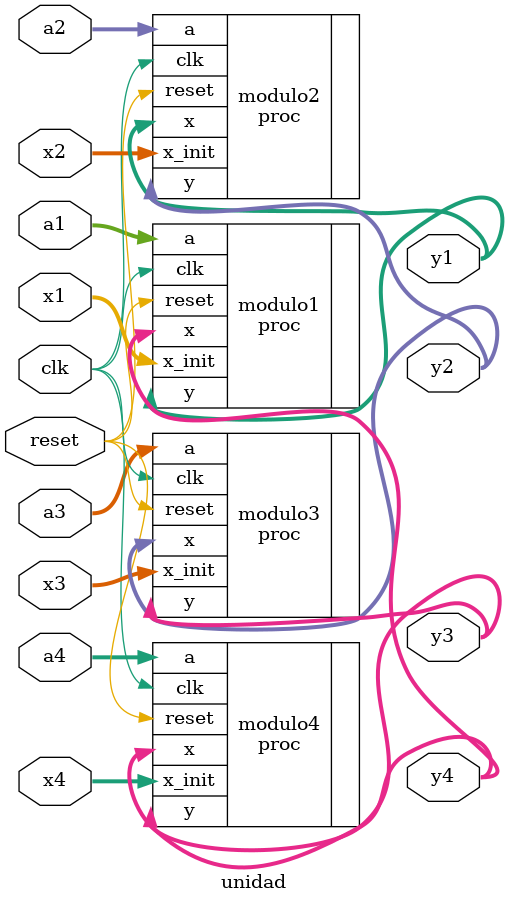
<source format=v>
`timescale 1ns / 1ps


module unidad(
    //input [7:0] x, //valor del modulo anterior
    input [15:0] x1,x2,x3,x4,//para x_init
    input [15:0] a1,a2,a3,a4,//datos de la matriz
    input reset,
    input clk,
    //output [15:0] y, //salida de un modulo
    output wire [15:0] y1,y2,y3,y4
    );
	
	
	//assign y = y4;
	
	proc modulo1(
		.x(y4),
		.x_init(x1),
		.a(a1),
		.reset(reset),
		.clk(clk),
		.y(y1)				
	);
 

	proc modulo2(
		.x(y1),
		.x_init(x2),
		.a(a2),
		.reset(reset),
		.clk(clk),
		.y(y2)				
	);

	proc modulo3(
		.x(y2),
		.x_init(x3),
		.a(a3),
		.reset(reset),
		.clk(clk),
		.y(y3)				
	);

	proc modulo4(
		.x(y3),
		.x_init(x4),
		.a(a4),
		.reset(reset),
		.clk(clk),
		.y(y4)				
	);

endmodule

</source>
